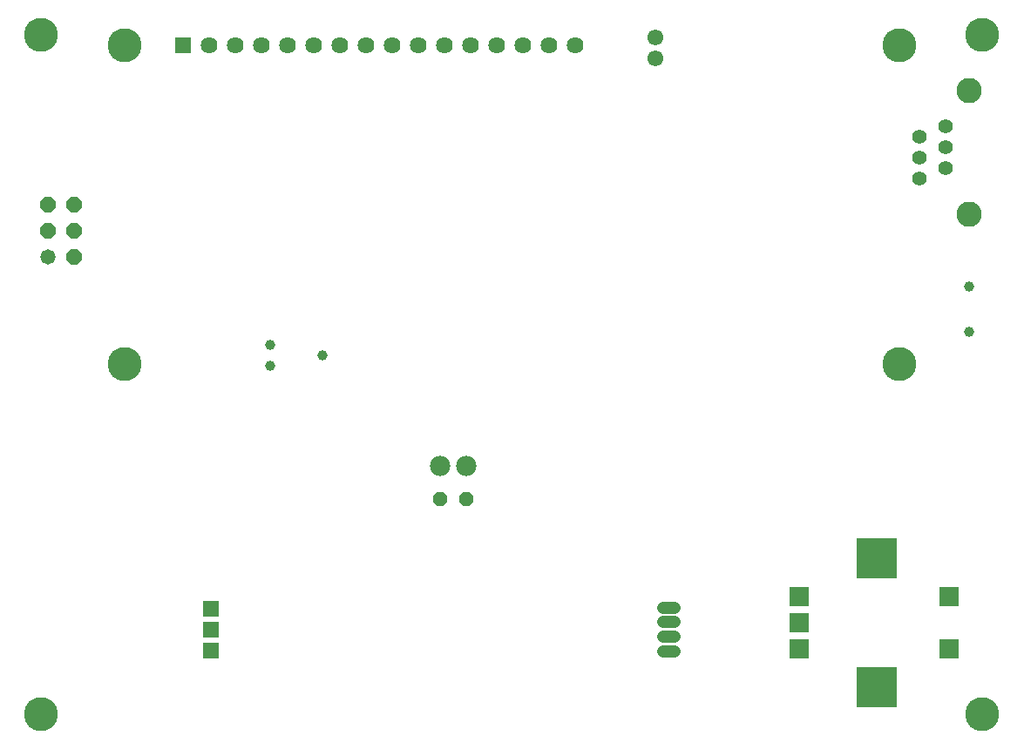
<source format=gts>
G75*
%MOIN*%
%OFA0B0*%
%FSLAX25Y25*%
%IPPOS*%
%LPD*%
%AMOC8*
5,1,8,0,0,1.08239X$1,22.5*
%
%ADD10C,0.12998*%
%ADD11C,0.03900*%
%ADD12C,0.03943*%
%ADD13R,0.15424X0.15424*%
%ADD14R,0.07487X0.07487*%
%ADD15C,0.04534*%
%ADD16R,0.06400X0.06400*%
%ADD17C,0.06400*%
%ADD18C,0.05518*%
%ADD19C,0.09691*%
%ADD20C,0.07800*%
%ADD21R,0.06306X0.06306*%
%ADD22C,0.06100*%
%ADD23OC8,0.05200*%
%ADD24C,0.05800*%
%ADD25OC8,0.05800*%
D10*
X0018000Y0016800D03*
X0049969Y0150776D03*
X0049969Y0272824D03*
X0018000Y0276800D03*
X0346031Y0272824D03*
X0378000Y0276800D03*
X0346031Y0150776D03*
X0378000Y0016800D03*
D11*
X0125500Y0154300D03*
X0105500Y0150300D03*
X0105500Y0158300D03*
D12*
X0373000Y0163139D03*
X0373000Y0180461D03*
D13*
X0337528Y0076406D03*
X0337528Y0027194D03*
D14*
X0365087Y0041957D03*
X0365087Y0061643D03*
X0308000Y0061643D03*
X0308000Y0051800D03*
X0308000Y0041957D03*
D15*
X0260067Y0040739D02*
X0255933Y0040739D01*
X0255933Y0046363D02*
X0260067Y0046363D01*
X0260067Y0051987D02*
X0255933Y0051987D01*
X0255933Y0057611D02*
X0260067Y0057611D01*
D16*
X0072016Y0272824D03*
D17*
X0082016Y0272824D03*
X0092016Y0272824D03*
X0102016Y0272824D03*
X0112016Y0272824D03*
X0122016Y0272824D03*
X0132016Y0272824D03*
X0142016Y0272824D03*
X0152016Y0272824D03*
X0162016Y0272824D03*
X0172016Y0272824D03*
X0182016Y0272824D03*
X0192016Y0272824D03*
X0202016Y0272824D03*
X0212016Y0272824D03*
X0222016Y0272824D03*
D18*
X0353945Y0237863D03*
X0353945Y0229831D03*
X0353945Y0221800D03*
X0363945Y0225737D03*
X0363945Y0233769D03*
X0363945Y0241800D03*
D19*
X0373000Y0255422D03*
X0373000Y0208178D03*
D20*
X0180500Y0111800D03*
X0170500Y0111800D03*
D21*
X0083000Y0057300D03*
X0083000Y0049300D03*
X0083000Y0041300D03*
D22*
X0253000Y0267863D03*
X0253000Y0275737D03*
D23*
X0180500Y0099300D03*
X0170500Y0099300D03*
D24*
X0020500Y0191800D03*
D25*
X0030500Y0191800D03*
X0030500Y0201800D03*
X0020500Y0201800D03*
X0020500Y0211800D03*
X0030500Y0211800D03*
M02*

</source>
